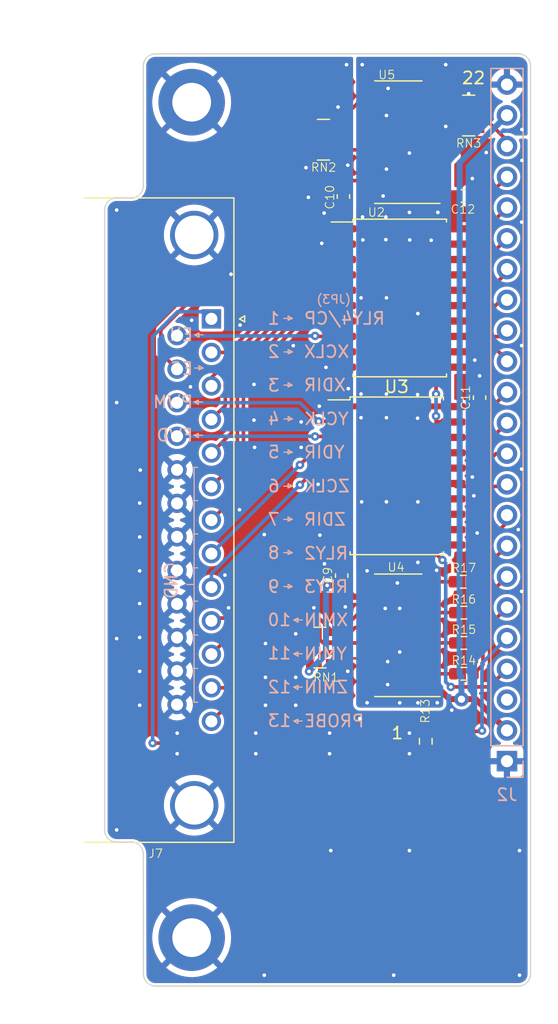
<source format=kicad_pcb>
(kicad_pcb (version 20211014) (generator pcbnew)
  (title_block (title "Shapeoko LPT Interface") (date "2023-02-28") (rev "3.2") (company "Gruvin & Co"))
  (layers (0 "F.Cu" signal) (31 "B.Cu" signal) (34 "B.Paste" user) (35 "F.Paste" user) (36 "B.SilkS" user "B.Silkscreen") (37 "F.SilkS" user "F.Silkscreen") (38 "B.Mask" user) (39 "F.Mask" user) (44 "Edge.Cuts" user))
  (net 0 "")
  (net 1 "/LPT Interface/P2_IN")
  (net 2 "/LPT Interface/P3_IN")
  (net 3 "/LPT Interface/P4_IN")
  (net 4 "/LPT Interface/P9_IN")
  (net 5 "/LPT Interface/P14_IN")
  (net 6 "/LPT Interface/P15_OUT")
  (net 7 "/LPT Interface/P16_IN")
  (net 8 "/LPT Interface/P17_IN")
  (net 9 "/LPT Interface/P17_OUT")
  (net 10 "/LPT Interface/P16_OUT")
  (net 11 "/LPT Interface/P7_OUT")
  (net 12 "/LPT Interface/P6_OUT")
  (net 13 "/LPT Interface/P5_OUT")
  (net 14 "/LPT Interface/P4_OUT")
  (net 15 "/LPT Interface/P3_OUT")
  (net 16 "/LPT Interface/P2_OUT")
  (net 17 "/LPT Interface/P15_IN")
  (net 18 "/LPT Interface/P14_OUT")
  (net 19 "/LPT Interface/P13_IN")
  (net 20 "/LPT Interface/P12_IN")
  (net 21 "/LPT Interface/P11_IN")
  (net 22 "/LPT Interface/P10_IN")
  (net 23 "/LPT Interface/P8_OUT")
  (net 24 "/LPT Interface/P9_OUT")
  (net 25 "/LPT Interface/P1_OUT")
  (net 26 "/LPT Interface/nCE_IN")
  (net 27 "/LPT Interface/P8_IN")
  (net 28 "/LPT Interface/P6_IN")
  (net 33 "/LPT Interface/P1_IN")
  (net 34 "/LPT Interface/P10_OUT")
  (net 35 "/LPT Interface/P11_OUT")
  (net 36 "/LPT Interface/P12_OUT")
  (net 37 "/LPT Interface/P13_OUT")
  (net 38 "/LPT Interface/P5_IN")
  (net 41 "/LPT Interface/P7_IN")
  (net 42 "Net-(R14-Pad1)")
  (net 43 "Net-(R15-Pad1)")
  (net 44 "Net-(R16-Pad1)")
  (net 45 "Net-(R17-Pad1)")
  (net 46 "GND1")
  (net 59 "+5VA")
  (net 60 "GND2")
  (net 64 "Net-(RN3-Pad7)")
  (footprint "Resistor_SMD:R_Array_Convex_4x0603" (layer "F.Cu") (at 64.9 123.089393)
    (fp_text reference "RN2")
    (fp_text value "1Kx4")
  )
  (footprint "Resistor_SMD:R_0603_1608Metric" (layer "F.Cu") (at 76.5 162.15)
    (fp_text reference "R16")
    (fp_text value "330")
  )
  (footprint "Resistor_SMD:R_0603_1608Metric" (layer "F.Cu") (at 76.5 164.65)
    (fp_text reference "R15")
    (fp_text value "330")
  )
  (footprint "Resistor_SMD:R_0603_1608Metric" (layer "F.Cu") (at 76.45 159.6)
    (fp_text reference "R17")
    (fp_text value "330")
  )
  (footprint "-Project:NetTie-2_SMD_Pad0.3mm" (layer "F.Cu") (at 74.625 171.95)
    (fp_text reference "NT1" hide)
    (fp_text value "NetTie_2" hide)
  )
  (footprint "Package_SO:SOIC-20W_7.5x12.8mm_P1.27mm" (layer "F.Cu") (at 70.95 150.85)
    (fp_text reference "U3")
    (fp_text value "74HC245")
  )
  (footprint "MountingHole:MountingHole_3.2mm_M3_ISO14580_Pad" (layer "F.Cu") (at 54 119.992893)
    (fp_text reference "H3")
    (fp_text value "MountingHole_Pad")
  )
  (footprint "Resistor_SMD:R_Array_Convex_4x0603" (layer "F.Cu") (at 64.6 165.033393)
    (fp_text reference "RN1")
    (fp_text value "1Kx4")
  )
  (footprint "Capacitor_SMD:C_0603_1608Metric" (layer "F.Cu") (at 77.8 144.392893 90)
    (fp_text reference "C11")
    (fp_text value "100n/50V")
  )
  (footprint "Resistor_SMD:R_0603_1608Metric" (layer "F.Cu") (at 76.5 167.2)
    (fp_text reference "R14")
    (fp_text value "330")
  )
  (footprint "Capacitor_SMD:C_0603_1608Metric" (layer "F.Cu") (at 66.544 127.784393 -90)
    (fp_text reference "C10")
    (fp_text value "100n/50V")
  )
  (footprint "Resistor_SMD:R_Array_Convex_4x0603" (layer "F.Cu") (at 76.9 121.092893 180)
    (fp_text reference "RN3")
    (fp_text value "1Kx4")
  )
  (footprint "Capacitor_SMD:C_0603_1608Metric" (layer "F.Cu") (at 76.425 127.739393)
    (fp_text reference "C12")
    (fp_text value "100n/50V")
  )
  (footprint "Package_SO:SO-16_3.9x9.9mm_P1.27mm" (layer "F.Cu") (at 71.079 123.294393 180)
    (fp_text reference "U5")
    (fp_text value "ACSL-6310")
  )
  (footprint "MountingHole:MountingHole_3.2mm_M3_ISO14580_Pad" (layer "F.Cu") (at 54 188.992893)
    (fp_text reference "H4")
    (fp_text value "MountingHole_Pad")
  )
  (footprint "Connector_Dsub:DSUB-25_Male_Horizontal_P2.77x2.84mm_EdgePinOffset7.70mm_Housed_MountingHolesOffset9.12mm" (layer "F.Cu") (at 55.630331 137.887893 -90)
    (fp_text reference "J7")
    (fp_text value "DB25 FEMALE")
  )
  (footprint "Resistor_SMD:R_0603_1608Metric" (layer "F.Cu") (at 73.35 172.775 -90)
    (fp_text reference "R13")
    (fp_text value "1M")
  )
  (footprint "Package_SO:SO-16_3.9x9.9mm_P1.27mm" (layer "F.Cu") (at 71.079 164.021393 180)
    (fp_text reference "U4")
    (fp_text value "ACSL-6310")
  )
  (footprint "Capacitor_SMD:C_0603_1608Metric" (layer "F.Cu") (at 66.4 159.086006 90)
    (fp_text reference "C9")
    (fp_text value "100n/50V")
  )
  (footprint "Package_SO:SOIC-20W_7.5x12.8mm_P1.27mm" (layer "F.Cu") (at 71.20356 136.160833)
    (fp_text reference "U2")
    (fp_text value "74HC245")
  )
  (footprint "Connector_PinSocket_2.54mm:PinSocket_1x23_P2.54mm_Vertical" (layer "B.Cu") (at 80.063 174.417)
    (fp_text reference "J2")
    (fp_text value "Conn_01x06_Female")
  )
  (gr_line (start 54.9 147.5) (end 54.2 147.5) (layer "B.SilkS") (width 0.1))
  (gr_line (start 61.966 154.25) (end 61.966 154.6) (layer "B.SilkS") (width 0.1))
  (gr_line (start 62.435 168.3) (end 62.785 168.5) (layer "B.SilkS") (width 0.1))
  (gr_line (start 61.976 137.65) (end 61.976 138) (layer "B.SilkS") (width 0.1))
  (gr_line (start 63.135 162.75) (end 62.435 162.75) (layer "B.SilkS") (width 0.1))
  (gr_line (start 54.2 159.825) (end 53.6 159.825) (layer "B.SilkS") (width 0.1))
  (gr_line (start 54.2 152.9) (end 54.5 152.901) (layer "B.SilkS") (width 0.1))
  (gr_line (start 62.316 160) (end 61.966 160.15) (layer "B.SilkS") (width 0.1))
  (gr_line (start 61.616 154.45) (end 62.316 154.45) (layer "B.SilkS") (width 0.1))
  (gr_line (start 62.326 140.62) (end 61.976 140.42) (layer "B.SilkS") (width 0.1))
  (gr_line (start 54.2 164) (end 54.5 164.001) (layer "B.SilkS") (width 0.1))
  (gr_line (start 54.2 169.5495) (end 54.5 169.5505) (layer "B.SilkS") (width 0.1))
  (gr_line (start 61.966 159.8) (end 61.966 160.15) (layer "B.SilkS") (width 0.1))
  (gr_line (start 61.966 143.16) (end 61.966 143.51) (layer "B.SilkS") (width 0.1))
  (gr_line (start 61.616 143.36) (end 62.316 143.36) (layer "B.SilkS") (width 0.1))
  (gr_line (start 54.6 141.75) (end 54.6 142.1) (layer "B.SilkS") (width 0.1))
  (gr_line (start 62.435 165.55) (end 62.785 165.75) (layer "B.SilkS") (width 0.1))
  (gr_line (start 62.316 151.7) (end 61.966 151.85) (layer "B.SilkS") (width 0.1))
  (gr_line (start 61.966 157) (end 61.966 157.35) (layer "B.SilkS") (width 0.1))
  (gr_line (start 61.626 146.15) (end 62.326 146.15) (layer "B.SilkS") (width 0.1))
  (gr_line (start 62.785 165.75) (end 62.785 165.4) (layer "B.SilkS") (width 0.1))
  (gr_line (start 54.6 139.4) (end 54.6 139.05) (layer "B.SilkS") (width 0.1))
  (gr_line (start 54.2 155.65) (end 54.5 155.651) (layer "B.SilkS") (width 0.1))
  (gr_line (start 62.435 162.75) (end 62.785 162.6) (layer "B.SilkS") (width 0.1))
  (gr_line (start 54.95 141.95) (end 54.6 142.1) (layer "B.SilkS") (width 0.1))
  (gr_line (start 54.25 141.95) (end 54.95 141.95) (layer "B.SilkS") (width 0.1))
  (gr_line (start 62.326 146.15) (end 61.976 146.3) (layer "B.SilkS") (width 0.1))
  (gr_line (start 61.976 140.42) (end 61.976 140.77) (layer "B.SilkS") (width 0.1))
  (gr_line (start 62.326 146.15) (end 61.976 145.95) (layer "B.SilkS") (width 0.1))
  (gr_line (start 54.2 150.15) (end 54.5 150.151) (layer "B.SilkS") (width 0.1))
  (gr_line (start 54.2 147.5) (end 54.55 147.7) (layer "B.SilkS") (width 0.1))
  (gr_line (start 62.326 137.85) (end 61.976 138) (layer "B.SilkS") (width 0.1))
  (gr_line (start 62.435 171.1) (end 62.785 170.95) (layer "B.SilkS") (width 0.1))
  (gr_line (start 61.616 157.2) (end 62.316 157.2) (layer "B.SilkS") (width 0.1))
  (gr_line (start 62.316 143.36) (end 61.966 143.16) (layer "B.SilkS") (width 0.1))
  (gr_line (start 61.976 145.95) (end 61.976 146.3) (layer "B.SilkS") (width 0.1))
  (gr_line (start 62.316 157.2) (end 61.966 157.35) (layer "B.SilkS") (width 0.1))
  (gr_line (start 54.2 144.75) (end 54.55 144.95) (layer "B.SilkS") (width 0.1))
  (gr_line (start 62.316 148.9) (end 61.966 148.7) (layer "B.SilkS") (width 0.1))
  (gr_line (start 54.2 158.45) (end 54.5 158.451) (layer "B.SilkS") (width 0.1))
  (gr_line (start 62.316 154.45) (end 61.966 154.25) (layer "B.SilkS") (width 0.1))
  (gr_line (start 61.616 148.9) (end 62.316 148.9) (layer "B.SilkS") (width 0.1))
  (gr_line (start 54.2 144.75) (end 54.55 144.6) (layer "B.SilkS") (width 0.1))
  (gr_line (start 62.785 162.95) (end 62.785 162.6) (layer "B.SilkS") (width 0.1))
  (gr_line (start 61.626 140.62) (end 62.326 140.62) (layer "B.SilkS") (width 0.1))
  (gr_line (start 62.316 157.2) (end 61.966 157) (layer "B.SilkS") (width 0.1))
  (gr_line (start 62.316 143.36) (end 61.966 143.51) (layer "B.SilkS") (width 0.1))
  (gr_line (start 62.316 151.7) (end 61.966 151.5) (layer "B.SilkS") (width 0.1))
  (gr_line (start 54.55 144.95) (end 54.55 144.6) (layer "B.SilkS") (width 0.1))
  (gr_line (start 62.435 162.75) (end 62.785 162.95) (layer "B.SilkS") (width 0.1))
  (gr_line (start 54.2 166.75) (end 54.5 166.751) (layer "B.SilkS") (width 0.1))
  (gr_line (start 62.316 160) (end 61.966 159.8) (layer "B.SilkS") (width 0.1))
  (gr_line (start 61.626 137.85) (end 62.326 137.85) (layer "B.SilkS") (width 0.1))
  (gr_line (start 61.966 151.5) (end 61.966 151.85) (layer "B.SilkS") (width 0.1))
  (gr_line (start 62.316 154.45) (end 61.966 154.6) (layer "B.SilkS") (width 0.1))
  (gr_line (start 54.25 139.2) (end 54.6 139.05) (layer "B.SilkS") (width 0.1))
  (gr_line (start 54.2 150.15) (end 54.2 169.5495) (layer "B.SilkS") (width 0.1))
  (gr_line (start 54.95 141.95) (end 54.6 141.75) (layer "B.SilkS") (width 0.1))
  (gr_line (start 62.435 165.55) (end 62.785 165.4) (layer "B.SilkS") (width 0.1))
  (gr_line (start 54.9 144.75) (end 54.2 144.75) (layer "B.SilkS") (width 0.1))
  (gr_line (start 54.25 139.2) (end 54.6 139.4) (layer "B.SilkS") (width 0.1))
  (gr_line (start 62.326 137.85) (end 61.976 137.65) (layer "B.SilkS") (width 0.1))
  (gr_line (start 54.55 147.7) (end 54.55 147.35) (layer "B.SilkS") (width 0.1))
  (gr_line (start 61.966 148.7) (end 61.966 149.05) (layer "B.SilkS") (width 0.1))
  (gr_line (start 63.135 165.55) (end 62.435 165.55) (layer "B.SilkS") (width 0.1))
  (gr_line (start 62.435 171.1) (end 62.785 171.3) (layer "B.SilkS") (width 0.1))
  (gr_line (start 54.2 161.2) (end 54.5 161.201) (layer "B.SilkS") (width 0.1))
  (gr_line (start 61.616 160) (end 62.316 160) (layer "B.SilkS") (width 0.1))
  (gr_line (start 63.135 168.3) (end 62.435 168.3) (layer "B.SilkS") (width 0.1))
  (gr_line (start 63.135 171.1) (end 62.435 171.1) (layer "B.SilkS") (width 0.1))
  (gr_line (start 62.785 168.5) (end 62.785 168.15) (layer "B.SilkS") (width 0.1))
  (gr_line (start 62.435 168.3) (end 62.785 168.15) (layer "B.SilkS") (width 0.1))
  (gr_line (start 62.326 140.62) (end 61.976 140.77) (layer "B.SilkS") (width 0.1))
  (gr_line (start 61.616 151.7) (end 62.316 151.7) (layer "B.SilkS") (width 0.1))
  (gr_line (start 54.95 139.2) (end 54.25 139.2) (layer "B.SilkS") (width 0.1))
  (gr_line (start 62.316 148.9) (end 61.966 149.05) (layer "B.SilkS") (width 0.1))
  (gr_line (start 62.785 171.3) (end 62.785 170.95) (layer "B.SilkS") (width 0.1))
  (gr_line (start 54.2 147.5) (end 54.55 147.35) (layer "B.SilkS") (width 0.1))
  (gr_line (start 50 126.9) (end 50 117) (layer "Edge.Cuts") (width 0.1))
  (gr_arc (start 49 181.1) (mid 49.707099 181.392901) (end 50 182.1) (layer "Edge.Cuts") (width 0.1))
  (gr_arc (start 50 117) (mid 50.292896 116.292896) (end 51 116) (layer "Edge.Cuts") (width 0.1))
  (gr_line (start 82.014216 191.992896) (end 82.014216 117) (layer "Edge.Cuts") (width 0.1))
  (gr_arc (start 82.014216 191.992896) (mid 81.721324 192.700005) (end 81.014216 192.992896) (layer "Edge.Cuts") (width 0.1))
  (gr_line (start 50 182.1) (end 50.014216 191.992896) (layer "Edge.Cuts") (width 0.1))
  (gr_line (start 47.8 181.1) (end 49 181.1) (layer "Edge.Cuts") (width 0.1))
  (gr_line (start 46.8 128.9) (end 46.8 180.1) (layer "Edge.Cuts") (width 0.1))
  (gr_arc (start 46.8 128.9) (mid 47.092894 128.192899) (end 47.8 127.9) (layer "Edge.Cuts") (width 0.1))
  (gr_arc (start 51.014216 192.992896) (mid 50.307102 192.70001) (end 50.014216 191.992896) (layer "Edge.Cuts") (width 0.1))
  (gr_arc (start 81.014216 116) (mid 81.721323 116.292893) (end 82.014216 117) (layer "Edge.Cuts") (width 0.1))
  (gr_line (start 51.014216 192.992896) (end 81.014216 192.992896) (layer "Edge.Cuts") (width 0.1))
  (gr_arc (start 47.8 181.1) (mid 47.092884 180.807112) (end 46.8 180.1) (layer "Edge.Cuts") (width 0.1))
  (gr_arc (start 50 126.9) (mid 49.707112 127.607112) (end 49 127.9) (layer "Edge.Cuts") (width 0.1))
  (gr_line (start 81.014216 116) (end 51 116) (layer "Edge.Cuts") (width 0.1))
  (gr_line (start 47.8 127.9) (end 49 127.9) (layer "Edge.Cuts") (width 0.1))
  (gr_text "RLY4/CP" (at 63.2 137.85) (layer "B.SilkS") (effects (font (size 1 1)) (justify right mirror)))
  (gr_text "9" (at 60.2064 160) (layer "B.SilkS") (effects (font (size 1 1)) (justify right mirror)))
  (gr_text "GND" (at 52.3 159.492893 90) (layer "B.SilkS") (effects (font (size 1 1)) (justify mirror)))
  (gr_text "PROBE" (at 63.2 171.1) (layer "B.SilkS") (effects (font (size 1 1)) (justify right mirror)))
  (gr_text "RLY2" (at 63.2 157.25) (layer "B.SilkS") (effects (font (size 1 1)) (justify right mirror)))
  (gr_text "1" (at 60.2064 137.85) (layer "B.SilkS") (effects (font (size 1 1)) (justify right mirror)))
  (gr_text "11" (at 60.19 165.5) (layer "B.SilkS") (effects (font (size 1 1)) (justify right mirror)))
  (gr_text "YCLK" (at 63.2 146.15) (layer "B.SilkS") (effects (font (size 1 1)) (justify right mirror)))
  (gr_text "13" (at 60.2 171.07) (layer "B.SilkS") (effects (font (size 1 1)) (justify right mirror)))
  (gr_text "3" (at 60.2064 143.38) (layer "B.SilkS") (effects (font (size 1 1)) (justify right mirror)))
  (gr_text "XMIN" (at 63.2 162.75) (layer "B.SilkS") (effects (font (size 1 1)) (justify right mirror)))
  (gr_text "5" (at 60.2154 148.89) (layer "B.SilkS") (effects (font (size 1 1)) (justify right mirror)))
  (gr_text "YDIR" (at 63.2 148.9) (layer "B.SilkS") (effects (font (size 1 1)) (justify right mirror)))
  (gr_text "XDIR" (at 63.2 143.35) (layer "B.SilkS") (effects (font (size 1 1)) (justify right mirror)))
  (gr_text "7" (at 60.2064 154.45) (layer "B.SilkS") (effects (font (size 1 1)) (justify right mirror)))
  (gr_text "PWM" (at 54.2 144.75) (layer "B.SilkS") (effects (font (size 1 1)) (justify left mirror)))
  (gr_text "YMIN" (at 63.2 165.55) (layer "B.SilkS") (effects (font (size 1 1)) (justify right mirror)))
  (gr_text "4" (at 60.2064 146.15) (layer "B.SilkS") (effects (font (size 1 1)) (justify right mirror)))
  (gr_text "FWD" (at 54.2 147.5) (layer "B.SilkS") (effects (font (size 1 1)) (justify left mirror)))
  (gr_text "ZMIN" (at 63.2 168.3) (layer "B.SilkS") (effects (font (size 1 1)) (justify right mirror)))
  (gr_text "RLY3" (at 63.2 160) (layer "B.SilkS") (effects (font (size 1 1)) (justify right mirror)))
  (gr_text "2" (at 60.2064 140.592) (layer "B.SilkS") (effects (font (size 1 1)) (justify right mirror)))
  (gr_text "ZDIR" (at 63.2 154.45) (layer "B.SilkS") (effects (font (size 1 1)) (justify right mirror)))
  (gr_text "ZCLK" (at 63.2 151.7) (layer "B.SilkS") (effects (font (size 1 1)) (justify right mirror)))
  (gr_text "10" (at 60.19 162.75) (layer "B.SilkS") (effects (font (size 1 1)) (justify right mirror)))
  (gr_text "EN" (at 54.2 139.2) (layer "B.SilkS") (effects (font (size 1 1)) (justify left mirror)))
  (gr_text "12" (at 60.2 168.3) (layer "B.SilkS") (effects (font (size 1 1)) (justify right mirror)))
  (gr_text "XCLX" (at 63.2 140.6) (layer "B.SilkS") (effects (font (size 1 1)) (justify right mirror)))
  (gr_text "8" (at 60.2064 157.2) (layer "B.SilkS") (effects (font (size 1 1)) (justify right mirror)))
  (gr_text "6" (at 60.2154 151.7) (layer "B.SilkS") (effects (font (size 1 1)) (justify right mirror)))
  (gr_text "ES" (at 54.2 142) (layer "B.SilkS") (effects (font (size 1 1)) (justify left mirror)))
  (gr_text "(JP3)" (at 65.742 136.276) (layer "B.SilkS") (effects (font (size 0.7 0.7) (thickness 0.11)) (justify mirror)))
  (gr_text "22" (at 77.3 117.992893) (layer "F.SilkS") (effects (font (size 1 1))))
  (gr_text "1" (at 71 172.092893) (layer "F.SilkS") (effects (font (size 1 1))))
  (segment (start 55.630331 140.657893) (end 57.006576 140.657893) (width 0.3) (layer "F.Cu") (net 1))
  (segment (start 65.948636 131.715833) (end 66.55356 131.715833) (width 0.3) (layer "F.Cu") (net 1))
  (segment (start 57.006576 140.657893) (end 65.948636 131.715833) (width 0.3) (layer "F.Cu") (net 1))
  (segment (start 55.630331 142.741244) (end 65.385742 132.985833) (width 0.3) (layer "F.Cu") (net 2))
  (segment (start 65.385742 132.985833) (end 66.55356 132.985833) (width 0.3) (layer "F.Cu") (net 2))
  (segment (start 55.630331 143.427893) (end 55.630331 142.741244) (width 0.3) (layer "F.Cu") (net 2))
  (segment (start 56.780331 145.047893) (end 56.780331 142.29835) (width 0.3) (layer "F.Cu") (net 3))
  (segment (start 64.822848 134.255833) (end 66.55356 134.255833) (width 0.3) (layer "F.Cu") (net 3))
  (segment (start 56.780331 142.29835) (end 64.822848 134.255833) (width 0.3) (layer "F.Cu") (net 3))
  (segment (start 55.630331 146.197893) (end 56.780331 145.047893) (width 0.3) (layer "F.Cu") (net 3))
  (segment (start 62.95 151.6) (end 64.335 150.215) (width 0.3) (layer "F.Cu") (net 4))
  (segment (start 64.335 150.215) (end 66.3 150.215) (width 0.3) (layer "F.Cu") (net 4))
  (via (at 62.95 151.6) (size 0.7) (drill 0.3) (layers "F.Cu" "B.Cu") (net 4))
  (segment (start 55.630331 160.047893) (end 55.630331 158.919669) (width 0.3) (layer "B.Cu") (net 4))
  (segment (start 55.630331 158.919669) (end 62.95 151.6) (width 0.3) (layer "B.Cu") (net 4))
  (segment (start 64.2 139.292893) (end 64.24294 139.335833) (width 0.3) (layer "F.Cu") (net 5))
  (segment (start 64.24294 139.335833) (end 66.55356 139.335833) (width 0.3) (layer "F.Cu") (net 5))
  (via (at 64.2 139.292893) (size 0.7) (drill 0.3) (layers "F.Cu" "B.Cu") (net 5))
  (segment (start 64.2 139.292893) (end 52.810331 139.292893) (width 0.3) (layer "B.Cu") (net 5))
  (segment (start 52.810331 139.292893) (end 52.790331 139.272893) (width 0.3) (layer "B.Cu") (net 5))
  (segment (start 64.8 125.45) (end 64.8 123.792893) (width 0.3) (layer "F.Cu") (net 6))
  (segment (start 52.790331 142.042893) (end 51.45 140.702562) (width 0.3) (layer "F.Cu") (net 6))
  (segment (start 68.504 123.929393) (end 67.24 123.929393) (width 0.3) (layer "F.Cu") (net 6))
  (segment (start 51.45 138.8) (end 64.8 125.45) (width 0.3) (layer "F.Cu") (net 6))
  (segment (start 65.1035 123.489393) (end 65.8 123.489393) (width 0.3) (layer "F.Cu") (net 6))
  (segment (start 51.45 140.702562) (end 51.45 138.8) (width 0.3) (layer "F.Cu") (net 6))
  (segment (start 64.8 123.792893) (end 65.1035 123.489393) (width 0.3) (layer "F.Cu") (net 6))
  (segment (start 66.8 123.489393) (end 65.8 123.489393) (width 0.3) (layer "F.Cu") (net 6))
  (segment (start 67.24 123.929393) (end 66.8 123.489393) (width 0.3) (layer "F.Cu") (net 6))
  (segment (start 66.245 146.35) (end 66.3 146.405) (width 0.3) (layer "F.Cu") (net 7))
  (segment (start 64.5 146.35) (end 66.245 146.35) (width 0.3) (layer "F.Cu") (net 7))
  (via (at 64.5 146.35) (size 0.7) (drill 0.3) (layers "F.Cu" "B.Cu") (net 7))
  (segment (start 62.962893 144.812893) (end 52.790331 144.812893) (width 0.3) (layer "B.Cu") (net 7))
  (segment (start 64.5 146.35) (end 62.962893 144.812893) (width 0.3) (layer "B.Cu") (net 7))
  (segment (start 64.2 147.6) (end 66.225 147.6) (width 0.3) (layer "F.Cu") (net 8))
  (segment (start 66.225 147.6) (end 66.3 147.675) (width 0.3) (layer "F.Cu") (net 8))
  (via (at 64.2 147.6) (size 0.7) (drill 0.3) (layers "F.Cu" "B.Cu") (net 8))
  (segment (start 52.790331 147.582893) (end 64.182893 147.582893) (width 0.3) (layer "B.Cu") (net 8))
  (segment (start 64.182893 147.582893) (end 64.2 147.6) (width 0.3) (layer "B.Cu") (net 8))
  (segment (start 77.595 148.945) (end 75.6 148.945) (width 0.3) (layer "F.Cu") (net 9))
  (segment (start 80.063 146.477) (end 77.595 148.945) (width 0.3) (layer "F.Cu") (net 9))
  (segment (start 80.063 143.937) (end 78.75 145.25) (width 0.3) (layer "F.Cu") (net 10))
  (segment (start 78.75 145.25) (end 78.75 146.35) (width 0.3) (layer "F.Cu") (net 10))
  (segment (start 77.425 147.675) (end 75.6 147.675) (width 0.3) (layer "F.Cu") (net 10))
  (segment (start 78.75 146.35) (end 77.425 147.675) (width 0.3) (layer "F.Cu") (net 10))
  (segment (start 79.587893 139.35) (end 80.125 138.812893) (width 0.3) (layer "F.Cu") (net 11))
  (segment (start 75.85356 139.335833) (end 75.867727 139.35) (width 0.3) (layer "F.Cu") (net 11))
  (segment (start 75.867727 139.35) (end 79.587893 139.35) (width 0.3) (layer "F.Cu") (net 11))
  (segment (start 79.627107 136.272893) (end 80.125 136.272893) (width 0.3) (layer "F.Cu") (net 12))
  (segment (start 75.85356 138.065833) (end 77.834167 138.065833) (width 0.3) (layer "F.Cu") (net 12))
  (segment (start 77.834167 138.065833) (end 79.627107 136.272893) (width 0.3) (layer "F.Cu") (net 12))
  (segment (start 77.304167 136.795833) (end 80.125 133.975) (width 0.3) (layer "F.Cu") (net 13))
  (segment (start 80.125 133.975) (end 80.125 133.732893) (width 0.3) (layer "F.Cu") (net 13))
  (segment (start 75.85356 136.795833) (end 77.304167 136.795833) (width 0.3) (layer "F.Cu") (net 13))
  (segment (start 78.75 133.75) (end 78.75 132.567893) (width 0.3) (layer "F.Cu") (net 14))
  (segment (start 78.75 132.567893) (end 80.125 131.192893) (width 0.3) (layer "F.Cu") (net 14))
  (segment (start 76.974167 135.525833) (end 78.75 133.75) (width 0.3) (layer "F.Cu") (net 14))
  (segment (start 75.85356 135.525833) (end 76.974167 135.525833) (width 0.3) (layer "F.Cu") (net 14))
  (segment (start 78.1 133.092893) (end 78.1 130.677893) (width 0.3) (layer "F.Cu") (net 15))
  (segment (start 75.85356 134.255833) (end 76.93706 134.255833) (width 0.3) (layer "F.Cu") (net 15))
  (segment (start 76.93706 134.255833) (end 78.1 133.092893) (width 0.3) (layer "F.Cu") (net 15))
  (segment (start 78.1 130.677893) (end 80.125 128.652893) (width 0.3) (layer "F.Cu") (net 15))
  (segment (start 75.85356 132.985833) (end 77.00706 132.985833) (width 0.3) (layer "F.Cu") (net 16))
  (segment (start 78.7 127.537893) (end 80.125 126.112893) (width 0.3) (layer "F.Cu") (net 16))
  (segment (start 77.5 132.492893) (end 77.5 130.392893) (width 0.3) (layer "F.Cu") (net 16))
  (segment (start 77.00706 132.985833) (end 77.5 132.492893) (width 0.3) (layer "F.Cu") (net 16))
  (segment (start 78.7 129.192893) (end 78.7 127.537893) (width 0.3) (layer "F.Cu") (net 16))
  (segment (start 77.5 130.392893) (end 78.7 129.192893) (width 0.3) (layer "F.Cu") (net 16))
  (segment (start 78.4 121.492893) (end 80.125 123.217893) (width 0.3) (layer "F.Cu") (net 17))
  (segment (start 80.125 123.217893) (end 80.125 123.572893) (width 0.3) (layer "F.Cu") (net 17))
  (segment (start 77.8 121.492893) (end 78.4 121.492893) (width 0.3) (layer "F.Cu") (net 17))
  (segment (start 75.85356 140.605833) (end 75.9665 140.492893) (width 0.3) (layer "F.Cu") (net 18))
  (segment (start 79.265 140.492893) (end 80.125 141.352893) (width 0.3) (layer "F.Cu") (net 18))
  (segment (start 75.9665 140.492893) (end 79.265 140.492893) (width 0.3) (layer "F.Cu") (net 18))
  (segment (start 80.063 161.737) (end 80.063 161.717) (width 0.3) (layer "F.Cu") (net 19))
  (segment (start 77.325 167.2) (end 78.075 166.45) (width 0.3) (layer "F.Cu") (net 19))
  (segment (start 78.075 163.725) (end 80.063 161.737) (width 0.3) (layer "F.Cu") (net 19))
  (segment (start 78.075 166.45) (end 78.075 163.725) (width 0.3) (layer "F.Cu") (net 19))
  (segment (start 77.325 164.65) (end 77.325 163.402817) (width 0.3) (layer "F.Cu") (net 20))
  (segment (start 77.325 163.402817) (end 78.65 162.077817) (width 0.3) (layer "F.Cu") (net 20))
  (segment (start 78.65 160.59) (end 80.063 159.177) (width 0.3) (layer "F.Cu") (net 20))
  (segment (start 78.65 162.077817) (end 78.65 160.59) (width 0.3) (layer "F.Cu") (net 20))
  (segment (start 77.325 162.15) (end 78.025 161.45) (width 0.3) (layer "F.Cu") (net 21))
  (segment (start 78.025 158.675) (end 80.063 156.637) (width 0.3) (layer "F.Cu") (net 21))
  (segment (start 78.025 161.45) (end 78.025 158.675) (width 0.3) (layer "F.Cu") (net 21))
  (segment (start 77.275 159.6) (end 77.275 157.475) (width 0.3) (layer "F.Cu") (net 22))
  (segment (start 80.063 154.687) (end 80.063 154.097) (width 0.3) (layer "F.Cu") (net 22))
  (segment (start 77.275 157.475) (end 80.063 154.687) (width 0.3) (layer "F.Cu") (net 22))
  (segment (start 78 150.175) (end 75.64 150.175) (width 0.3) (layer "F.Cu") (net 23))
  (segment (start 79.158 149.017) (end 78 150.175) (width 0.3) (layer "F.Cu") (net 23))
  (segment (start 80.063 149.017) (end 79.158 149.017) (width 0.3) (layer "F.Cu") (net 23))
  (segment (start 75.64 150.175) (end 75.6 150.215) (width 0.3) (layer "F.Cu") (net 23))
  (segment (start 80.063 151.557) (end 79.895 151.725) (width 0.3) (layer "F.Cu") (net 24))
  (segment (start 79.895 151.725) (end 75.84 151.725) (width 0.3) (layer "F.Cu") (net 24))
  (segment (start 75.84 151.725) (end 75.6 151.485) (width 0.3) (layer "F.Cu") (net 24))
  (segment (start 77.95 171.95) (end 78 171.9) (width 0.3) (layer "F.Cu") (net 25))
  (segment (start 74.925 171.95) (end 77.95 171.95) (width 0.3) (layer "F.Cu") (net 25))
  (via (at 78 171.9) (size 0.7) (drill 0.3) (layers "F.Cu" "B.Cu") (net 25))
  (segment (start 78 166.32) (end 78 171.9) (width 0.3) (layer "B.Cu") (net 25))
  (segment (start 80.063 164.257) (end 78 166.32) (width 0.3) (layer "B.Cu") (net 25))
  (segment (start 74.726438 157.800898) (end 74.700898 157.800898) (width 0.3) (layer "F.Cu") (net 26))
  (segment (start 74.2 144.092893) (end 74.2 132.286006) (width 0.3) (layer "F.Cu") (net 26))
  (segment (start 75.581833 146.386833) (end 75.6 146.405) (width 0.3) (layer "F.Cu") (net 26))
  (segment (start 74.700898 157.800898) (end 74.2 157.3) (width 0.3) (layer "F.Cu") (net 26))
  (segment (start 74.770173 131.715833) (end 75.85356 131.715833) (width 0.3) (layer "F.Cu") (net 26))
  (segment (start 74.2 157.3) (end 74.2 145.916333) (width 0.3) (layer "F.Cu") (net 26))
  (segment (start 78.59273 168.285163) (end 80.125 166.752893) (width 0.3) (layer "F.Cu") (net 26))
  (segment (start 74.20606 146.386833) (end 75.581833 146.386833) (width 0.3) (layer "F.Cu") (net 26))
  (segment (start 74.2 132.286006) (end 74.770173 131.715833) (width 0.3) (layer "F.Cu") (net 26))
  (segment (start 75.422934 168.285163) (end 78.59273 168.285163) (width 0.3) (layer "F.Cu") (net 26))
  (via (at 75.422934 168.285163) (size 0.7) (drill 0.3) (layers "F.Cu" "B.Cu") (net 26))
  (via (at 74.2 144.092893) (size 0.7) (drill 0.3) (layers "F.Cu" "B.Cu") (net 26))
  (via (at 74.726438 157.800898) (size 0.7) (drill 0.3) (layers "F.Cu" "B.Cu") (net 26))
  (via (at 74.2 145.916333) (size 0.7) (drill 0.3) (layers "F.Cu" "B.Cu") (net 26))
  (segment (start 74.2 145.916333) (end 74.2 144.092893) (width 0.3) (layer "B.Cu") (net 26))
  (segment (start 75 158.07446) (end 75 167.862229) (width 0.3) (layer "B.Cu") (net 26))
  (segment (start 74.726438 157.800898) (end 75 158.07446) (width 0.3) (layer "B.Cu") (net 26))
  (segment (start 75 167.862229) (end 75.422934 168.285163) (width 0.3) (layer "B.Cu") (net 26))
  (segment (start 62.95 149.95) (end 63.955 148.945) (width 0.3) (layer "F.Cu") (net 27))
  (segment (start 63.955 148.945) (end 66.3 148.945) (width 0.3) (layer "F.Cu") (net 27))
  (via (at 62.95 149.95) (size 0.7) (drill 0.3) (layers "F.Cu" "B.Cu") (net 27))
  (segment (start 55.630331 157.269669) (end 62.95 149.95) (width 0.3) (layer "B.Cu") (net 27))
  (segment (start 55.630331 157.277893) (end 55.630331 157.269669) (width 0.3) (layer "B.Cu") (net 27))
  (segment (start 63.69706 136.795833) (end 66.55356 136.795833) (width 0.3) (layer "F.Cu") (net 28))
  (segment (start 57.780331 142.712562) (end 63.69706 136.795833) (width 0.3) (layer "F.Cu") (net 28))
  (segment (start 55.630331 151.737893) (end 57.780331 149.587893) (width 0.3) (layer "F.Cu") (net 28))
  (segment (start 57.780331 149.587893) (end 57.780331 142.712562) (width 0.3) (layer "F.Cu") (net 28))
  (segment (start 73.35 171.95) (end 74.325 171.95) (width 0.3) (layer "F.Cu") (net 33))
  (segment (start 50.775 172.925) (end 72.375 172.925) (width 0.3) (layer "F.Cu") (net 33))
  (segment (start 72.375 172.925) (end 73.35 171.95) (width 0.3) (layer "F.Cu") (net 33))
  (via (at 50.775 172.925) (size 0.7) (drill 0.3) (layers "F.Cu" "B.Cu") (net 33))
  (segment (start 50.775 139.35) (end 52.825 137.3) (width 0.3) (layer "B.Cu") (net 33))
  (segment (start 55.042438 137.3) (end 55.630331 137.887893) (width 0.3) (layer "B.Cu") (net 33))
  (segment (start 50.775 172.925) (end 50.775 139.35) (width 0.3) (layer "B.Cu") (net 33))
  (segment (start 52.825 137.3) (end 55.042438 137.3) (width 0.3) (layer "B.Cu") (net 33))
  (segment (start 66.166607 163.833393) (end 67.883607 162.116393) (width 0.3) (layer "F.Cu") (net 34))
  (segment (start 67.883607 162.116393) (end 68.504 162.116393) (width 0.3) (layer "F.Cu") (net 34))
  (segment (start 65.5 163.833393) (end 66.166607 163.833393) (width 0.3) (layer "F.Cu") (net 34))
  (segment (start 65.5 163.576287) (end 64.523713 162.6) (width 0.3) (layer "F.Cu") (net 34))
  (segment (start 55.848224 162.6) (end 55.630331 162.817893) (width 0.3) (layer "F.Cu") (net 34))
  (segment (start 65.5 163.833393) (end 65.5 163.576287) (width 0.3) (layer "F.Cu") (net 34))
  (segment (start 64.523713 162.6) (end 55.848224 162.6) (width 0.3) (layer "F.Cu") (net 34))
  (segment (start 68.504 163.386393) (end 67.509663 163.386393) (width 0.3) (layer "F.Cu") (net 35))
  (segment (start 64.6 163.383393) (end 64.316607 163.1) (width 0.3) (layer "F.Cu") (net 35))
  (segment (start 64.6 164.392893) (end 64.6 163.383393) (width 0.3) (layer "F.Cu") (net 35))
  (segment (start 64.316607 163.1) (end 58.118224 163.1) (width 0.3) (layer "F.Cu") (net 35))
  (segment (start 66.262663 164.633393) (end 65.5 164.633393) (width 0.3) (layer "F.Cu") (net 35))
  (segment (start 58.118224 163.1) (end 55.630331 165.587893) (width 0.3) (layer "F.Cu") (net 35))
  (segment (start 67.509663 163.386393) (end 66.262663 164.633393) (width 0.3) (layer "F.Cu") (net 35))
  (segment (start 65.5 164.633393) (end 64.8405 164.633393) (width 0.3) (layer "F.Cu") (net 35))
  (segment (start 64.8405 164.633393) (end 64.6 164.392893) (width 0.3) (layer "F.Cu") (net 35))
  (segment (start 66.452613 165.433393) (end 65.5 165.433393) (width 0.3) (layer "F.Cu") (net 36))
  (segment (start 67.2 164.686006) (end 66.452613 165.433393) (width 0.3) (layer "F.Cu") (net 36))
  (segment (start 64.6 167.292893) (end 64.6 165.692893) (width 0.3) (layer "F.Cu") (net 36))
  (segment (start 67.229613 164.656393) (end 67.2 164.686006) (width 0.3) (layer "F.Cu") (net 36))
  (segment (start 64.8595 165.433393) (end 65.5 165.433393) (width 0.3) (layer "F.Cu") (net 36))
  (segment (start 63.535 168.357893) (end 64.6 167.292893) (width 0.3) (layer "F.Cu") (net 36))
  (segment (start 55.630331 168.357893) (end 63.535 168.357893) (width 0.3) (layer "F.Cu") (net 36))
  (segment (start 64.6 165.692893) (end 64.8595 165.433393) (width 0.3) (layer "F.Cu") (net 36))
  (segment (start 68.504 164.656393) (end 67.229613 164.656393) (width 0.3) (layer "F.Cu") (net 36))
  (segment (start 55.630331 171.127893) (end 57.900331 168.857893) (width 0.3) (layer "F.Cu") (net 37))
  (segment (start 66.4595 166.233393) (end 66.7665 165.926393) (width 0.2) (layer "F.Cu") (net 37))
  (segment (start 66.7665 165.926393) (end 68.504 165.926393) (width 0.2) (layer "F.Cu") (net 37))
  (segment (start 63.742106 168.857893) (end 65.5 167.099999) (width 0.3) (layer "F.Cu") (net 37))
  (segment (start 57.900331 168.857893) (end 63.742106 168.857893) (width 0.3) (layer "F.Cu") (net 37))
  (segment (start 65.5 167.099999) (end 65.5 166.233393) (width 0.3) (layer "F.Cu") (net 37))
  (segment (start 65.5 166.233393) (end 66.4595 166.233393) (width 0.2) (layer "F.Cu") (net 37))
  (segment (start 57.280331 147.317893) (end 57.280331 142.505456) (width 0.3) (layer "F.Cu") (net 38))
  (segment (start 57.280331 142.505456) (end 64.259954 135.525833) (width 0.3) (layer "F.Cu") (net 38))
  (segment (start 64.259954 135.525833) (end 66.55356 135.525833) (width 0.3) (layer "F.Cu") (net 38))
  (segment (start 55.630331 148.967893) (end 57.280331 147.317893) (width 0.3) (layer "F.Cu") (net 38))
  (segment (start 63.134166 138.065833) (end 66.55356 138.065833) (width 0.3) (layer "F.Cu") (net 41))
  (segment (start 58.280331 142.919668) (end 63.134166 138.065833) (width 0.3) (layer "F.Cu") (net 41))
  (segment (start 58.280331 151.857893) (end 58.280331 142.919668) (width 0.3) (layer "F.Cu") (net 41))
  (segment (start 55.630331 154.507893) (end 58.280331 151.857893) (width 0.3) (layer "F.Cu") (net 41))
  (segment (start 75.675 167.2) (end 73.657607 167.2) (width 0.3) (layer "F.Cu") (net 42))
  (segment (start 73.657607 167.2) (end 73.654 167.196393) (width 0.3) (layer "F.Cu") (net 42))
  (segment (start 75.675 164.65) (end 73.660393 164.65) (width 0.3) (layer "F.Cu") (net 43))
  (segment (start 73.660393 164.65) (end 73.654 164.656393) (width 0.3) (layer "F.Cu") (net 43))
  (segment (start 73.687607 162.15) (end 73.654 162.116393) (width 0.3) (layer "F.Cu") (net 44))
  (segment (start 75.675 162.15) (end 73.687607 162.15) (width 0.3) (layer "F.Cu") (net 44))
  (segment (start 75.625 159.6) (end 73.677607 159.6) (width 0.3) (layer "F.Cu") (net 45))
  (segment (start 73.677607 159.6) (end 73.654 159.576393) (width 0.3) (layer "F.Cu") (net 45))
  (segment (start 64.95 129.15) (end 65.4 128.7) (width 0.3) (layer "F.Cu") (net 46))
  (segment (start 65.4 128.7) (end 65.4 128.692893) (width 0.3) (layer "F.Cu") (net 46))
  (segment (start 66.55356 141.875833) (end 66.55356 140.605833) (width 0.3) (layer "F.Cu") (net 46))
  (segment (start 77.2 126.392893) (end 77.2 127.739393) (width 0.3) (layer "F.Cu") (net 46))
  (segment (start 64.6 155.75) (end 65.415 156.565) (width 0.3) (layer "F.Cu") (net 46))
  (segment (start 65.415 156.565) (end 66.3 156.565) (width 0.3) (layer "F.Cu") (net 46))
  (segment (start 65.5335 128.559393) (end 66.544 128.559393) (width 0.3) (layer "F.Cu") (net 46))
  (segment (start 65.4 128.692893) (end 65.5335 128.559393) (width 0.3) (layer "F.Cu") (net 46))
  (segment (start 77.8 142.592893) (end 77.8 143.617893) (width 0.3) (layer "F.Cu") (net 46))
  (segment (start 66.5365 141.892893) (end 66.55356 141.875833) (width 0.3) (layer "F.Cu") (net 46))
  (segment (start 66.3 154.025) (end 66.3 152.755) (width 0.3) (layer "F.Cu") (net 46))
  (segment (start 66.3 156.565) (end 66.3 155.295) (width 0.3) (layer "F.Cu") (net 46))
  (segment (start 66.3 152.755) (end 66.3 151.485) (width 0.3) (layer "F.Cu") (net 46))
  (segment (start 65.1 141.892893) (end 66.5365 141.892893) (width 0.3) (layer "F.Cu") (net 46))
  (segment (start 65.168113 158.311006) (end 66.4 158.311006) (width 0.3) (layer "F.Cu") (net 46))
  (segment (start 66.3 155.295) (end 66.3 154.025) (width 0.3) (layer "F.Cu") (net 46))
  (via (at 66.95 143.65) (size 0.7) (drill 0.3) (layers "F.Cu" "B.Cu") (net 46))
  (via (at 78.35 124.15) (size 0.7) (drill 0.3) (layers "F.Cu" "B.Cu") (net 46))
  (via (at 77.2 150.95) (size 0.7) (drill 0.3) (layers "F.Cu" "B.Cu") (net 46))
  (via (at 47.8 144.8) (size 0.7) (drill 0.3) (layers "F.Cu" "B.Cu") (net 46))
  (via (at 62.6 163.9) (size 0.7) (drill 0.3) (layers "F.Cu" "B.Cu") (net 46))
  (via (at 49.7 155.9) (size 0.7) (drill 0.3) (layers "F.Cu" "B.Cu") (net 46))
  (via (at 52.8 173.8) (size 0.7) (drill 0.3) (layers "F.Cu" "B.Cu") (net 46))
  (via (at 65.5 181.8) (size 0.7) (drill 0.3) (layers "F.Cu" "B.Cu") (net 46))
  (via (at 66.1 120.392893) (size 0.7) (drill 0.3) (layers "F.Cu" "B.Cu") (net 46))
  (via (at 64.55 145.1) (size 0.7) (drill 0.3) (layers "F.Cu" "B.Cu") (net 46))
  (via (at 72 173.8) (size 0.7) (drill 0.3) (layers "F.Cu" "B.Cu") (net 46))
  (via (at 53.9 143.5) (size 0.7) (drill 0.3) (layers "F.Cu" "B.Cu") (net 46))
  (via (at 63.65 127.85) (size 0.7) (drill 0.3) (layers "F.Cu" "B.Cu") (net 46))
  (via (at 77.4 141.292893) (size 0.7) (drill 0.3) (layers "F.Cu" "B.Cu") (net 46))
  (via (at 66.7 161.675) (size 0.7) (drill 0.3) (layers "F.Cu" "B.Cu") (net 46))
  (via (at 66.9 166.992893) (size 0.7) (drill 0.3) (layers "F.Cu" "B.Cu") (net 46))
  (via (at 65.4 172.1) (size 0.7) (drill 0.3) (layers "F.Cu" "B.Cu") (net 46))
  (via (at 64.45 151.55) (size 0.7) (drill 0.3) (layers "F.Cu" "B.Cu") (net 46))
  (via (at 62.4 140.1) (size 0.7) (drill 0.3) (layers "F.Cu" "B.Cu") (net 46))
  (via (at 49.7 169.8) (size 0.7) (drill 0.3) (layers "F.Cu" "B.Cu") (net 46))
  (via (at 52.8 172.1) (size 0.7) (drill 0.3) (layers "F.Cu" "B.Cu") (net 46))
  (via (at 66.8 116.892893) (size 0.7) (drill 0.3) (layers "F.Cu" "B.Cu") (net 46))
  (via (at 77.6 155.575) (size 0.7) (drill 0.3) (layers "F.Cu" "B.Cu") (net 46))
  (via (at 47.8 164.292893) (size 0.7) (drill 0.3) (layers "F.Cu" "B.Cu") (net 46))
  (via (at 75.5 170.2) (size 0.7) (drill 0.3) (layers "F.Cu" "B.Cu") (net 46))
  (via (at 81.1 181.8) (size 0.7) (drill 0.3) (layers "F.Cu" "B.Cu") (net 46))
  (via (at 72 172.1) (size 0.7) (drill 0.3) (layers "F.Cu" "B.Cu") (net 46))
  (via (at 60 155.7) (size 0.7) (drill 0.3) (layers "F.Cu" "B.Cu") (net 46))
  (via (at 81 155.292893) (size 0.7) (drill 0.3) (layers "F.Cu" "B.Cu") (net 46))
  (via (at 77.8 142.592893) (size 0.7) (drill 0.3) (layers "F.Cu" "B.Cu") (net 46))
  (via (at 77.2 126.3) (size 0.7) (drill 0.3) (layers "F.Cu" "B.Cu") (net 46))
  (via (at 49.7 161.4) (size 0.7) (drill 0.3) (layers "F.Cu" "B.Cu") (net 46))
  (via (at 54 138) (size 0.7) (drill 0.3) (layers "F.Cu" "B.Cu") (net 46))
  (via (at 49.75 150.375) (size 0.7) (drill 0.3) (layers "F.Cu" "B.Cu") (net 46))
  (via (at 59.15 146.25) (size 0.7) (drill 0.3) (layers "F.Cu" "B.Cu") (net 46))
  (via (at 81.3 124.8) (size 0.7) (drill 0.3) (layers "F.Cu" "B.Cu") (net 46))
  (via (at 60 192.092893) (size 0.7) (drill 0.3) (layers "F.Cu" "B.Cu") (net 46))
  (via (at 57.25 134.2) (size 0.7) (drill 0.3) (layers "F.Cu" "B.Cu") (net 46))
  (via (at 64.75 131.65) (size 0.7) (drill 0.3) (layers "F.Cu" "B.Cu") (net 46))
  (via (at 81.1 192.092893) (size 0.7) (drill 0.3) (layers "F.Cu" "B.Cu") (net 46))
  (via (at 59.3 172.1) (size 0.7) (drill 0.3) (layers "F.Cu" "B.Cu") (net 46))
  (via (at 49.7 164.2) (size 0.7) (drill 0.3) (layers "F.Cu" "B.Cu") (net 46))
  (via (at 65.1 141.892893) (size 0.7) (drill 0.3) (layers "F.Cu" "B.Cu") (net 46))
  (via (at 81.275 150.292893) (size 0.7) (drill 0.3) (layers "F.Cu" "B.Cu") (net 46))
  (via (at 81.275 160.392893) (size 0.7) (drill 0.3) (layers "F.Cu" "B.Cu") (net 46))
  (via (at 58 138.4) (size 0.7) (drill 0.3) (layers "F.Cu" "B.Cu") (net 46))
  (via (at 57.95 153.65) (size 0.7) (drill 0.3) (layers "F.Cu" "B.Cu") (net 46))
  (via (at 64.1 161.75) (size 0.7) (drill 0.3) (layers "F.Cu" "B.Cu") (net 46))
  (via (at 62.6 167.492893) (size 0.7) (drill 0.3) (layers "F.Cu" "B.Cu") (net 46))
  (via (at 63.05 148.5) (size 0.7) (drill 0.3) (layers "F.Cu" "B.Cu") (net 46))
  (via (at 59.3 173.8) (size 0.7) (drill 0.3) (layers "F.Cu" "B.Cu") (net 46))
  (via (at 59.2 148.5) (size 0.7) (drill 0.3) (layers "F.Cu" "B.Cu") (net 46))
  (via (at 64.95 129.15) (size 0.7) (drill 0.3) (layers "F.Cu" "B.Cu") (net 46))
  (via (at 64.975 158.117893) (size 0.7) (drill 0.3) (layers "F.Cu" "B.Cu") (net 46))
  (via (at 60.1 164.7) (size 0.7) (drill 0.3) (layers "F.Cu" "B.Cu") (net 46))
  (via (at 59.15 143.3) (size 0.7) (drill 0.3) (layers "F.Cu" "B.Cu") (net 46))
  (via (at 47.8 180.092893) (size 0.7) (drill 0.3) (layers "F.Cu" "B.Cu") (net 46))
  (via (at 49.7 158.7) (size 0.7) (drill 0.3) (layers "F.Cu" "B.Cu") (net 46))
  (via (at 62.6 169.8) (size 0.7) (drill 0.3) (layers "F.Cu" "B.Cu") (net 46))
  (via (at 56.75 159.05) (size 0.7) (drill 0.3) (layers "F.Cu" "B.Cu") (net 46))
  (via (at 66.9 125.192893) (size 0.7) (drill 0.3) (layers "F.Cu" "B.Cu") (net 46))
  (via (at 77.325 152.5) (size 0.7) (drill 0.3) (layers "F.Cu" "B.Cu") (net 46))
  (via (at 63.45 125.4) (size 0.7) (drill 0.3) (layers "F.Cu" "B.Cu") (net 46))
  (via (at 60.1 167.492893) (size 0.7) (drill 0.3) (layers "F.Cu" "B.Cu") (net 46))
  (via (at 64.6 155.75) (size 0.7) (drill 0.3) (layers "F.Cu" "B.Cu") (net 46))
  (via (at 81.275 129.892893) (size 0.7) (drill 0.3) (layers "F.Cu" "B.Cu") (net 46))
  (via (at 49.7 167) (size 0.7) (drill 0.3) (layers "F.Cu" "B.Cu") (net 46))
  (via (at 81.275 140.092893) (size 0.7) (drill 0.3) (layers "F.Cu" "B.Cu") (net 46))
  (via (at 72 181.8) (size 0.7) (drill 0.3) (layers "F.Cu" "B.Cu") (net 46))
  (via (at 47.8 128.9) (size 0.7) (drill 0.3) (layers "F.Cu" "B.Cu") (net 46))
  (via (at 63.05 146.4) (size 0.7) (drill 0.3) (layers "F.Cu" "B.Cu") (net 46))
  (via (at 49.7 153.1) (size 0.7) (drill 0.3) (layers "F.Cu" "B.Cu") (net 46))
  (via (at 60.1 169.8) (size 0.7) (drill 0.3) (layers "F.Cu" "B.Cu") (net 46))
  (via (at 70.7 192.092893) (size 0.7) (drill 0.3) (layers "F.Cu" "B.Cu") (net 46))
  (via (at 57.05 161.75) (size 0.7) (drill 0.3) (layers "F.Cu" "B.Cu") (net 46))
  (via (at 67.9 170.9) (size 0.7) (drill 0.3) (layers "F.Cu" "B.Cu") (net 46))
  (via (at 65.4 173.8) (size 0.7) (drill 0.3) (layers "F.Cu" "B.Cu") (net 46))
  (segment (start 71.035 125.199393) (end 71.025 125.189393) (width 0.5) (layer "F.Cu") (net 59))
  (segment (start 68.504 160.846393) (end 72.193 160.846393) (width 0.5) (layer "F.Cu") (net 59))
  (segment (start 66.544 127.009393) (end 67.084 126.469393) (width 0.3) (layer "F.Cu") (net 59))
  (segment (start 71.025 145.119393) (end 71.02244 145.116833) (width 0.5) (layer "F.Cu") (net 59))
  (segment (start 73.654 165.926393) (end 72.173607 165.926393) (width 0.3) (layer "F.Cu") (net 59))
  (segment (start 64 123.489393) (end 64 122.689393) (width 0.3) (layer "F.Cu") (net 59))
  (segment (start 68.497 160.839393) (end 67.378387 160.839393) (width 0.5) (layer "F.Cu") (net 59))
  (segment (start 71.025 126.469393) (end 71.025 127.739393) (width 0.5) (layer "F.Cu") (net 59))
  (segment (start 75.675 127.764393) (end 75.675 130.236393) (width 0.5) (layer "F.Cu") (net 59))
  (segment (start 71 167.492893) (end 71.9735 168.466393) (width 0.5) (layer "F.Cu") (net 59))
  (segment (start 71 167.2) (end 71 167.492893) (width 0.5) (layer "F.Cu") (net 59))
  (segment (start 67.378387 160.839393) (end 66.4 159.861006) (width 0.5) (layer "F.Cu") (net 59))
  (segment (start 71.025 127.739393) (end 71.025 130.445833) (width 0.5) (layer "F.Cu") (net 59))
  (segment (start 71.025 143.539393) (end 71.025 145.119393) (width 0.5) (layer "F.Cu") (net 59))
  (segment (start 70.903607 167.196393) (end 68.504 167.196393) (width 0.5) (layer "F.Cu") (net 59))
  (segment (start 71.025 125.189393) (end 71.025 126.469393) (width 0.5) (layer "F.Cu") (net 59))
  (segment (start 71.02244 145.116833) (end 66.318167 145.116833) (width 0.5) (layer "F.Cu") (net 59))
  (segment (start 63.7 165.433393) (end 63.7 164.633393) (width 0.3) (layer "F.Cu") (net 59))
  (segment (start 65.2 159.9) (end 66.361006 159.9) (width 0.5) (layer "F.Cu") (net 59))
  (segment (start 72.193 159.124371) (end 71.025 157.956371) (width 0.5) (layer "F.Cu") (net 59))
  (segment (start 75.85356 130.445833) (end 71.03144 130.445833) (width 0.5) (layer "F.Cu") (net 59))
  (segment (start 64 124.289393) (end 64 123.489393) (width 0.3) (layer "F.Cu") (net 59))
  (segment (start 72.2 165.9) (end 72.173607 165.926393) (width 0.5) (layer "F.Cu") (net 59))
  (segment (start 73.654 127.739393) (end 75.65 127.739393) (width 0.3) (layer "F.Cu") (net 59))
  (segment (start 71.025 130.452273) (end 71.025 143.539393) (width 0.5) (layer "F.Cu") (net 59))
  (segment (start 70.705 120.119393) (end 71.025 120.439393) (width 0.5) (layer "F.Cu") (net 59))
  (segment (start 69.965 120.119393) (end 70.705 120.119393) (width 0.5) (layer "F.Cu") (net 59))
  (segment (start 75.6 145.135) (end 75.581833 145.116833) (width 0.5) (layer "F.Cu") (net 59))
  (segment (start 71.9735 168.466393) (end 73.654 168.466393) (width 0.5) (layer "F.Cu") (net 59))
  (segment (start 64.6 121.289393) (end 66.5035 121.289393) (width 0.3) (layer "F.Cu") (net 59))
  (segment (start 75.6 145.135) (end 77.767107 145.135) (width 0.3) (layer "F.Cu") (net 59))
  (segment (start 66.55356 130.445833) (end 71.025 130.445833) (width 0.5) (layer "F.Cu") (net 59))
  (segment (start 72.2 163.386393) (end 72.2 160.8) (width 0.5) (layer "F.Cu") (net 59))
  (segment (start 69.965 120.119393) (end 68.504 120.119393) (width 0.3) (layer "F.Cu") (net 59))
  (segment (start 66.361006 159.9) (end 66.4 159.861006) (width 0.5) (layer "F.Cu") (net 59))
  (segment (start 75.675 130.236393) (end 75.869 130.430393) (width 0.5) (layer "F.Cu") (net 59))
  (segment (start 72.173607 165.926393) (end 70.903607 167.196393) (width 0.5) (layer "F.Cu") (net 59))
  (segment (start 77.767107 145.135) (end 77.8 145.167893) (width 0.3) (layer "F.Cu") (net 59))
  (segment (start 72.193 160.846393) (end 72.193 159.124371) (width 0.5) (layer "F.Cu") (net 59))
  (segment (start 75.3 169.292893) (end 77.478893 169.292893) (width 0.5) (layer "F.Cu") (net 59))
  (segment (start 68.504 126.469393) (end 71.025 126.469393) (width 0.3) (layer "F.Cu") (net 59))
  (segment (start 64 122.689393) (end 64 121.889393) (width 0.3) (layer "F.Cu") (net 59))
  (segment (start 66.318167 145.116833) (end 66.3 145.135) (width 0.5) (layer "F.Cu") (net 59))
  (segment (start 72.2 163.386393) (end 72.2 165.9) (width 0.5) (layer "F.Cu") (net 59))
  (segment (start 67.6735 120.119393) (end 68.504 120.119393) (width 0.3) (layer "F.Cu") (net 59))
  (segment (start 64 121.889393) (end 64.6 121.289393) (width 0.3) (layer "F.Cu") (net 59))
  (segment (start 73.654 127.739393) (end 71.025 127.739393) (width 0.3) (layer "F.Cu") (net 59))
  (segment (start 73.654 163.386393) (end 72.2 163.386393) (width 0.3) (layer "F.Cu") (net 59))
  (segment (start 66.5035 121.289393) (end 67.6735 120.119393) (width 0.3) (layer "F.Cu") (net 59))
  (segment (start 71.025 157.956371) (end 71.025 145.119393) (width 0.5) (layer "F.Cu") (net 59))
  (segment (start 63.7 166.233393) (end 63.7 165.433393) (width 0.3) (layer "F.Cu") (net 59))
  (segment (start 63.7 167) (end 63.7 166.233393) (width 0.5) (layer "F.Cu") (net 59))
  (segment (start 77.478893 169.292893) (end 80.063 171.877) (width 0.5) (layer "F.Cu") (net 59))
  (segment (start 73.654 160.846393) (end 72.193 160.846393) (width 0.3) (layer "F.Cu") (net 59))
  (segment (start 71.025 120.439393) (end 71.025 125.189393) (width 0.5) (layer "F.Cu") (net 59))
  (segment (start 75.65 127.739393) (end 75.675 127.764393) (width 0.5) (layer "F.Cu") (net 59))
  (segment (start 75.581833 145.116833) (end 71.02756 145.116833) (width 0.5) (layer "F.Cu") (net 59))
  (segment (start 73.654 168.466393) (end 74.4735 168.466393) (width 0.5) (layer "F.Cu") (net 59))
  (segment (start 63.7 164.633393) (end 63.7 163.833393) (width 0.3) (layer "F.Cu") (net 59))
  (segment (start 71.03144 130.445833) (end 71.025 130.452273) (width 0.5) (layer "F.Cu") (net 59))
  (segment (start 73.654 125.199393) (end 71.035 125.199393) (width 0.3) (layer "F.Cu") (net 59))
  (segment (start 74.4735 168.466393) (end 75.3 169.292893) (width 0.5) (layer "F.Cu") (net 59))
  (segment (start 67.084 126.469393) (end 68.504 126.469393) (width 0.3) (layer "F.Cu") (net 59))
  (segment (start 71.02756 145.116833) (end 71.025 145.119393) (width 0.5) (layer "F.Cu") (net 59))
  (via (at 65.2 159.9) (size 0.7) (drill 0.3) (layers "F.Cu" "B.Cu") (net 59))
  (via (at 63.7 167) (size 0.7) (drill 0.3) (layers "F.Cu" "B.Cu") (net 59))
  (via (at 76.3 169.3) (size 1.2) (drill 0.6) (layers "F.Cu" "B.Cu") (net 59))
  (segment (start 65.1 165.6) (end 65.1 160) (width 0.5) (layer "B.Cu") (net 59))
  (segment (start 76.15 124.99) (end 80.063 121.077) (width 0.5) (layer "B.Cu") (net 59))
  (segment (start 65.1 160) (end 65.2 159.9) (width 0.5) (layer "B.Cu") (net 59))
  (segment (start 76.3 167.45) (end 76.3 169.3) (width 0.5) (layer "B.Cu") (net 59))
  (segment (start 76.15 167.3) (end 76.15 124.99) (width 0.5) (layer "B.Cu") (net 59))
  (segment (start 63.7 167) (end 65.1 165.6) (width 0.5) (layer "B.Cu") (net 59))
  (segment (start 76.15 167.3) (end 76.3 167.45) (width 0.5) (layer "B.Cu") (net 59))
  (segment (start 70.876393 159.576393) (end 68.504 159.576393) (width 0.3) (layer "F.Cu") (net 60))
  (segment (start 70.24 118.849393) (end 68.504 118.849393) (width 0.3) (layer "F.Cu") (net 60))
  (segment (start 70.1 168.466393) (end 68.504 168.466393) (width 0.3) (layer "F.Cu") (net 60))
  (segment (start 71 159.7) (end 70.876393 159.576393) (width 0.3) (layer "F.Cu") (net 60))
  (segment (start 69.825 127.739393) (end 68.504 127.739393) (width 0.5) (layer "F.Cu") (net 60))
  (via (at 68.125 129.467893) (size 0.7) (drill 0.3) (layers "F.Cu" "B.Cu") (net 60))
  (via (at 68.5 158.7) (size 0.7) (drill 0.3) (layers "F.Cu" "B.Cu") (net 60))
  (via (at 68 146.05) (size 0.7) (drill 0.3) (layers "F.Cu" "B.Cu") (net 60))
  (via (at 70.05 131.342893) (size 0.7) (drill 0.3) (layers "F.Cu" "B.Cu") (net 60))
  (via (at 70 161.8) (size 0.7) (drill 0.3) (layers "F.Cu" "B.Cu") (net 60))
  (via (at 81.3 122.25) (size 0.7) (drill 0.3) (layers "F.Cu" "B.Cu") (net 60))
  (via (at 68.05 153) (size 0.7) (drill 0.3) (layers "F.Cu" "B.Cu") (net 60))
  (via (at 68 144.092893) (size 0.7) (drill 0.3) (layers "F.Cu" "B.Cu") (net 60))
  (via (at 70.2 168.092893) (size 0.7) (drill 0.3) (layers "F.Cu" "B.Cu") (net 60))
  (via (at 71 159.7) (size 0.7) (drill 0.3) (layers "F.Cu" "B.Cu") (net 60))
  (via (at 71.2 161.8) (size 0.7) (drill 0.3) (layers "F.Cu" "B.Cu") (net 60))
  (via (at 70.1 152.992893) (size 0.7) (drill 0.3) (layers "F.Cu" "B.Cu") (net 60))
  (via (at 71.2 169.6) (size 0.7) (drill 0.3) (layers "F.Cu" "B.Cu") (net 60))
  (via (at 70.1 144.092893) (size 0.7) (drill 0.3) (layers "F.Cu" "B.Cu") (net 60))
  (via (at 68 136.15) (size 0.7) (drill 0.3) (layers "F.Cu" "B.Cu") (net 60))
  (via (at 68.1 116.892893) (size 0.7) (drill 0.3) (layers "F.Cu" "B.Cu") (net 60))
  (via (at 72.7 137.45) (size 0.7) (drill 0.3) (layers "F.Cu" "B.Cu") (net 60))
  (via (at 70.05 129.467893) (size 0.7) (drill 0.3) (layers "F.Cu" "B.Cu") (net 60))
  (via (at 73.8 131.392893) (size 0.7) (drill 0.3) (layers "F.Cu" "B.Cu") (net 60))
  (via (at 70.1 125.517893) (size 0.7) (drill 0.3) (layers "F.Cu" "B.Cu") (net 60))
  (via (at 72.675 146.092893) (size 0.7) (drill 0.3) (layers "F.Cu" "B.Cu") (net 60))
  (via (at 70.1 146.05) (size 0.7) (drill 0.3) (layers "F.Cu" "B.Cu") (net 60))
  (via (at 69.825 127.739393) (size 0.7) (drill 0.3) (layers "F.Cu" "B.Cu") (net 60))
  (via (at 72.7 158) (size 0.7) (drill 0.3) (layers "F.Cu" "B.Cu") (net 60))
  (via (at 68.5 169.592893) (size 0.7) (drill 0.3) (layers "F.Cu" "B.Cu") (net 60))
  (via (at 68.15 131.367893) (size 0.7) (drill 0.3) (layers "F.Cu" "B.Cu") (net 60))
  (via (at 74.25 158.65) (size 0.7) (drill 0.3) (layers "F.Cu" "B.Cu") (net 60))
  (via (at 76.9 119.292893) (size 0.7) (drill 0.3) (layers "F.Cu" "B.Cu") (net 60))
  (via (at 72.7 153) (size 0.7) (drill 0.3) (layers "F.Cu" "B.Cu") (net 60))
  (via (at 75 116.892893) (size 0.7) (drill 0.3) (layers "F.Cu" "B.Cu") (net 60))
  (via (at 72.7 169.6) (size 0.7) (drill 0.3) (layers "F.Cu" "B.Cu") (net 60))
  (via (at 75 121.992893) (size 0.7) (drill 0.3) (layers "F.Cu" "B.Cu") (net 60))
  (via (at 70.24 118.849393) (size 0.7) (drill 0.3) (layers "F.Cu" "B.Cu") (net 60))
  (via (at 70.2 166.192893) (size 0.7) (drill 0.3) (layers "F.Cu" "B.Cu") (net 60))
  (via (at 74.35 129.092893) (size 0.7) (drill 0.3) (layers "F.Cu" "B.Cu") (net 60))
  (via (at 70.1 136.15) (size 0.7) (drill 0.3) (layers "F.Cu" "B.Cu") (net 60))
  (via (at 70.1 121.092893) (size 0.7) (drill 0.3) (layers "F.Cu" "B.Cu") (net 60))
  (via (at 72 124.192893) (size 0.7) (drill 0.3) (layers "F.Cu" "B.Cu") (net 60))
  (via (at 72.025 131.367893) (size 0.7) (drill 0.3) (layers "F.Cu" "B.Cu") (net 60))
  (via (at 72 129.092893) (size 0.7) (drill 0.3) (layers "F.Cu" "B.Cu") (net 60))
  (via (at 74.3 169.592893) (size 0.7) (drill 0.3) (layers "F.Cu" "B.Cu") (net 60))
  (via (at 72.675 144.142893) (size 0.7) (drill 0.3) (layers "F.Cu" "B.Cu") (net 60))
  (via (at 71.2 165.4) (size 0.7) (drill 0.3) (layers "F.Cu" "B.Cu") (net 60))
  (segment (start 68.5 158.7) (end 70 160.2) (width 0.3) (layer "B.Cu") (net 60))
  (segment (start 72.7 158) (end 72.7 169.6) (width 0.3) (layer "B.Cu") (net 60))
  (segment (start 71 161.6) (end 71.2 161.8) (width 0.3) (layer "B.Cu") (net 60))
  (segment (start 70.2 168.092893) (end 70.2 166.192893) (width 0.3) (layer "B.Cu") (net 60))
  (segment (start 70 160.2) (end 70 161.8) (width 0.3) (layer "B.Cu") (net 60))
  (segment (start 71 159.7) (end 71 161.6) (width 0.3) (layer "B.Cu") (net 60))
  (segment (start 71.2 169.6) (end 71.2 165.4) (width 0.3) (layer "B.Cu") (net 60))
  (segment (start 74.25 158.65) (end 74.3 158.7) (width 0.3) (layer "B.Cu") (net 60))
  (segment (start 74.3 158.7) (end 74.3 169.592893) (width 0.3) (layer "B.Cu") (net 60))
  (segment (start 76.41005 121.492893) (end 76 121.492893) (width 0.3) (layer "F.Cu") (net 64))
  (segment (start 76.9 122.692893) (end 76.9 121.982843) (width 0.3) (layer "F.Cu") (net 64))
  (segment (start 73.654 123.929393) (end 75.6635 123.929393) (width 0.3) (layer "F.Cu") (net 64))
  (segment (start 75.6635 123.929393) (end 76.9 122.692893) (width 0.3) (layer "F.Cu") (net 64))
  (segment (start 76.9 121.982843) (end 76.41005 121.492893) (width 0.3) (layer "F.Cu") (net 64))
  (zone (net 46) (net_name "GND1") (layers F&B.Cu) (connect_pads (clearance 0.25)) (min_thickness 0.25) (fill yes (thermal_gap 0.508) (thermal_bridge_width 0.508))
    (polygon (pts (xy 84.3 194.292893) (xy 46.6 194.292893) (xy 46.6 113.992893) (xy 84.3 113.992893)))
  )
  (zone (net 60) (net_name "GND2") (layers F&B.Cu) (priority 2) (connect_pads (clearance 0.25)) (min_thickness 0.25) (fill yes (thermal_gap 0.508) (thermal_bridge_width 0.508) (smoothing fillet) (radius 0.3))
    (polygon (pts (xy 82.299577 122.743262) (xy 77.75 122.75) (xy 75.45 125) (xy 75.45 160.492893) (xy 74.8 160.892893) (xy 74.8 163.692893) (xy 74.8 163.992893) (xy 74.8 169.992893) (xy 67.6 169.992893) (xy 67.6 115.592893) (xy 82.3 115.592893)))
  )
)
</source>
